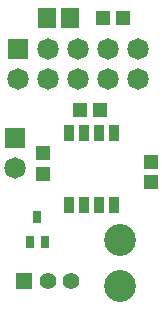
<source format=gbr>
G04 DipTrace 3.2.0.1*
G04 TopMask.gbr*
%MOMM*%
G04 #@! TF.FileFunction,Soldermask,Top*
G04 #@! TF.Part,Single*
%ADD35R,0.962X1.343*%
%ADD37R,1.2X1.3*%
%ADD39C,1.82*%
%ADD41R,1.82X1.82*%
%ADD43C,1.4*%
%ADD45R,1.4X1.4*%
%ADD47R,1.5X1.7*%
%ADD49R,0.7X1.05*%
%ADD51C,2.7*%
%ADD53R,1.3X1.2*%
%FSLAX35Y35*%
G04*
G71*
G90*
G75*
G01*
G04 TopMask*
%LPD*%
D53*
X1962503Y2724690D3*
X1792503D3*
D51*
X2131877Y1630240D3*
Y1240240D3*
D49*
X1370000Y1610000D3*
X1500013D3*
X1435007Y1820000D3*
D47*
X1520000Y3510000D3*
X1710000D3*
D45*
X1320977Y1275813D3*
D43*
X1520977D3*
X1720977D3*
D41*
X1241877Y2490240D3*
D39*
Y2236240D3*
X1270000Y2990000D3*
X1524000D3*
X1778000D3*
X2032000D3*
X2286000D3*
Y3244000D3*
X2032000D3*
X1778000D3*
X1524000D3*
D41*
X1270000D3*
D37*
X1480000Y2190000D3*
Y2360000D3*
X2400000Y2120000D3*
Y2290000D3*
D53*
X2160000Y3510000D3*
X1990000D3*
D35*
X2081877Y2530240D3*
X1954877D3*
X1827877D3*
X1700877D3*
Y1919373D3*
X1827877D3*
X1954877D3*
X2081877D3*
M02*

</source>
